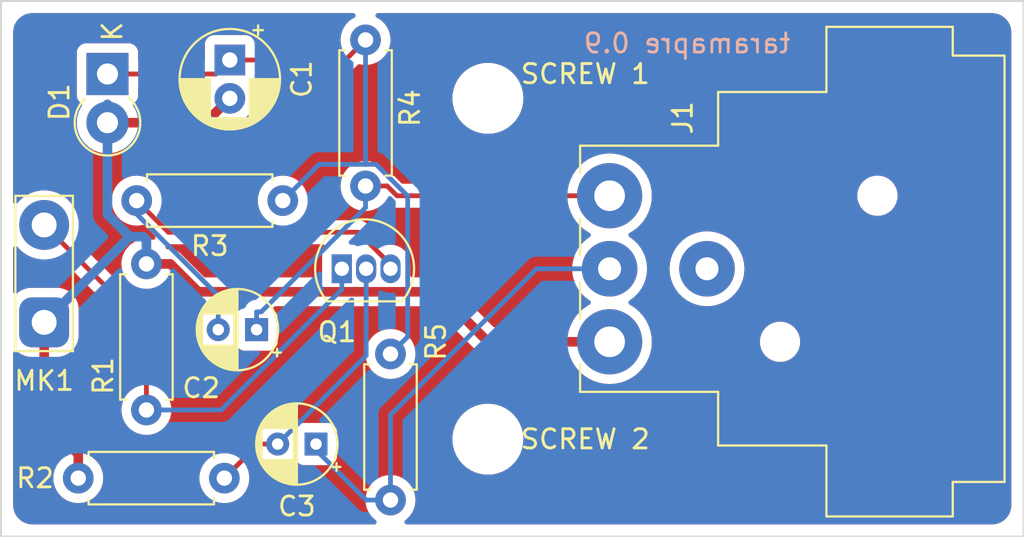
<source format=kicad_pcb>
(kicad_pcb (version 20221018) (generator pcbnew)
  (layers (0 "F.Cu" signal) (31 "B.Cu" signal) (34 "B.Paste" user) (35 "F.Paste" user) (36 "B.SilkS" user "B.Silkscreen") (37 "F.SilkS" user "F.Silkscreen") (38 "B.Mask" user) (39 "F.Mask" user) (44 "Edge.Cuts" user))
  (net 0 "")
  (net 1 "Net-(D1-K)")
  (net 2 "GND")
  (net 3 "Net-(C2-Pad1)")
  (net 4 "Net-(Q1-D)")
  (net 5 "Net-(C3-Pad1)")
  (net 6 "Net-(Q1-S)")
  (net 7 "Net-(MK1-+)")
  (footprint "TestPoint:TestPoint_2Pads_Pitch5.08mm_Drill1.3mm" (layer "F.Cu") (at 105.124 87.884 90)
    (fp_text reference "MK1" (at -3.048 0) (layer "F.SilkS"))
    (fp_text value "Microphone")
    (fp_line (start -1.5 -1.5) (end -1.5 1.5) (stroke (width 0.12)) (layer "F.SilkS"))
    (fp_line (start -1.5 -1.5) (end 6.6 -1.5) (stroke (width 0.12)) (layer "F.SilkS"))
    (fp_line (start 6.6 1.5) (end -1.5 1.5) (stroke (width 0.12)) (layer "F.SilkS"))
    (fp_line (start 6.6 1.5) (end 6.6 -1.5) (stroke (width 0.12)) (layer "F.SilkS"))
    (pad "1" thru_hole roundrect (at 0 0 90) (size 2.6 2.6) (drill 1.3) (layers "*.Cu" "*.Mask") (net 2 "GND"))
    (pad "2" thru_hole circle (at 5.08 0 90) (size 2.6 2.6) (drill 1.3) (layers "*.Cu" "*.Mask") (net 7 "Net-(MK1-+)"))
  )
  (footprint "Resistor_THT:R_Axial_DIN0207_L6.3mm_D2.5mm_P7.62mm_Horizontal" (layer "F.Cu") (at 123.19 89.535 -90)
    (fp_text reference "R5" (at -0.635 -2.37 -90) (layer "F.SilkS"))
    (fp_text value "18K")
    (fp_line (start 0.54 -1.37) (end 7.08 -1.37) (stroke (width 0.12)) (layer "F.SilkS"))
    (fp_line (start 0.54 -1.04) (end 0.54 -1.37) (stroke (width 0.12)) (layer "F.SilkS"))
    (fp_line (start 0.54 1.04) (end 0.54 1.37) (stroke (width 0.12)) (layer "F.SilkS"))
    (fp_line (start 0.54 1.37) (end 7.08 1.37) (stroke (width 0.12)) (layer "F.SilkS"))
    (fp_line (start 7.08 -1.37) (end 7.08 -1.04) (stroke (width 0.12)) (layer "F.SilkS"))
    (fp_line (start 7.08 1.37) (end 7.08 1.04) (stroke (width 0.12)) (layer "F.SilkS"))
    (pad "1" thru_hole circle (at 0 0 270) (size 1.6 1.6) (drill 0.8) (layers "*.Cu" "*.Mask") (net 1 "Net-(D1-K)"))
    (pad "2" thru_hole oval (at 7.62 0 270) (size 1.6 1.6) (drill 0.8) (layers "*.Cu" "*.Mask") (net 5 "Net-(C3-Pad1)"))
  )
  (footprint "Connector_Audio:Jack_XLR_Neutrik_NC3MAAH_Horizontal" (layer "F.Cu") (at 134.62 88.9 90)
    (fp_text reference "J1" (at 11.684 3.81 90) (layer "F.SilkS"))
    (fp_text value "XLR3")
    (fp_line (start -9.11 11.31) (end -5.41 11.31) (stroke (width 0.12)) (layer "F.SilkS"))
    (fp_line (start -9.11 17.9) (end -9.11 11.31) (stroke (width 0.12)) (layer "F.SilkS"))
    (fp_line (start -7.31 17.9) (end -9.11 17.9) (stroke (width 0.12)) (layer "F.SilkS"))
    (fp_line (start -7.31 17.9) (end -7.31 20.6) (stroke (width 0.12)) (layer "F.SilkS"))
    (fp_line (start -5.41 11.31) (end -5.41 5.66) (stroke (width 0.12)) (layer "F.SilkS"))
    (fp_line (start -2.61 5.66) (end -5.41 5.66) (stroke (width 0.12)) (layer "F.SilkS"))
    (fp_line (start -2.61 5.66) (end -2.61 -1.54) (stroke (width 0.12)) (layer "F.SilkS"))
    (fp_line (start -1.19 -1.54) (end -2.61 -1.54) (stroke (width 0.12)) (layer "F.SilkS"))
    (fp_line (start 3.11 -1.54) (end 1.21 -1.54) (stroke (width 0.12)) (layer "F.SilkS"))
    (fp_line (start 4.51 -1.54) (end 6.41 -1.54) (stroke (width 0.12)) (layer "F.SilkS"))
    (fp_line (start 10.23 -1.54) (end 8.81 -1.54) (stroke (width 0.12)) (layer "F.SilkS"))
    (fp_line (start 10.23 5.66) (end 10.23 -1.54) (stroke (width 0.12)) (layer "F.SilkS"))
    (fp_line (start 10.23 5.66) (end 13.03 5.66) (stroke (width 0.12)) (layer "F.SilkS"))
    (fp_line (start 13.03 11.31) (end 13.03 5.66) (stroke (width 0.12)) (layer "F.SilkS"))
    (fp_line (start 13.03 11.31) (end 16.43 11.31) (stroke (width 0.12)) (layer "F.SilkS"))
    (fp_line (start 14.93 17.9) (end 14.93 20.6) (stroke (width 0.12)) (layer "F.SilkS"))
    (fp_line (start 14.93 20.6) (end -7.31 20.6) (stroke (width 0.12)) (layer "F.SilkS"))
    (fp_line (start 16.43 17.9) (end 14.93 17.9) (stroke (width 0.12)) (layer "F.SilkS"))
    (fp_line (start 16.43 17.9) (end 16.43 11.31) (stroke (width 0.12)) (layer "F.SilkS"))
    (pad "" np_thru_hole circle (at 0 8.89 90) (size 1.6 1.6) (drill 1.6) (layers "*.Cu" "*.Mask"))
    (pad "" np_thru_hole circle (at 7.62 13.97 90) (size 1.6 1.6) (drill 1.6) (layers "*.Cu" "*.Mask"))
    (pad "1" thru_hole circle (at 0 0 90) (size 3.4 3.4) (drill 1.6) (layers "*.Cu" "*.Mask") (net 2 "GND"))
    (pad "2" thru_hole circle (at 7.62 0 90) (size 3.4 3.4) (drill 1.6) (layers "*.Cu" "*.Mask") (net 3 "Net-(C2-Pad1)"))
    (pad "3" thru_hole circle (at 3.81 0 90) (size 2.9 2.9) (drill 1.2) (layers "*.Cu" "*.Mask") (net 5 "Net-(C3-Pad1)"))
    (pad "G" thru_hole circle (at 3.81 5.08 90) (size 2.9 2.9) (drill 1.2) (layers "*.Cu" "*.Mask"))
  )
  (footprint "Resistor_THT:R_Axial_DIN0207_L6.3mm_D2.5mm_P7.62mm_Horizontal" (layer "F.Cu") (at 117.57 81.534 180)
    (fp_text reference "R3" (at 3.81 -2.37 180) (layer "F.SilkS"))
    (fp_text value "2.2K")
    (fp_line (start 0.54 -1.37) (end 7.08 -1.37) (stroke (width 0.12)) (layer "F.SilkS"))
    (fp_line (start 0.54 -1.04) (end 0.54 -1.37) (stroke (width 0.12)) (layer "F.SilkS"))
    (fp_line (start 0.54 1.04) (end 0.54 1.37) (stroke (width 0.12)) (layer "F.SilkS"))
    (fp_line (start 0.54 1.37) (end 7.08 1.37) (stroke (width 0.12)) (layer "F.SilkS"))
    (fp_line (start 7.08 -1.37) (end 7.08 -1.04) (stroke (width 0.12)) (layer "F.SilkS"))
    (fp_line (start 7.08 1.37) (end 7.08 1.04) (stroke (width 0.12)) (layer "F.SilkS"))
    (pad "1" thru_hole circle (at 0 0 180) (size 1.6 1.6) (drill 0.8) (layers "*.Cu" "*.Mask") (net 1 "Net-(D1-K)"))
    (pad "2" thru_hole oval (at 7.62 0 180) (size 1.6 1.6) (drill 0.8) (layers "*.Cu" "*.Mask") (net 4 "Net-(Q1-D)"))
  )
  (footprint "MountingHole:MountingHole_3.2mm_M3" (layer "F.Cu") (at 128.27 93.98)
    (fp_text reference "SCREW 2" (at 5.08 0) (layer "F.SilkS"))
    (fp_text value "MountingHole_3.2mm_M3")
    (pad "" np_thru_hole circle (at 0 0) (size 3.2 3.2) (drill 3.2) (layers "*.Cu" "*.Mask"))
  )
  (footprint "Capacitor_THT:CP_Radial_D4.0mm_P2.00mm" (layer "F.Cu") (at 116.205 88.265 180)
    (fp_text reference "C2" (at 2.889 -3.048) (layer "F.SilkS"))
    (fp_text value "4.7uF/50V")
    (fp_line (start -1.269801 -1.195) (end -0.869801 -1.195) (stroke (width 0.12)) (layer "F.SilkS"))
    (fp_line (start -1.069801 -1.395) (end -1.069801 -0.995) (stroke (width 0.12)) (layer "F.SilkS"))
    (fp_line (start 1 -2.08) (end 1 2.08) (stroke (width 0.12)) (layer "F.SilkS"))
    (fp_line (start 1.04 -2.08) (end 1.04 2.08) (stroke (width 0.12)) (layer "F.SilkS"))
    (fp_line (start 1.08 -2.079) (end 1.08 2.079) (stroke (width 0.12)) (layer "F.SilkS"))
    (fp_line (start 1.12 -2.077) (end 1.12 2.077) (stroke (width 0.12)) (layer "F.SilkS"))
    (fp_line (start 1.16 -2.074) (end 1.16 2.074) (stroke (width 0.12)) (layer "F.SilkS"))
    (fp_line (start 1.2 -2.071) (end 1.2 -0.84) (stroke (width 0.12)) (layer "F.SilkS"))
    (fp_line (start 1.2 0.84) (end 1.2 2.071) (stroke (width 0.12)) (layer "F.SilkS"))
    (fp_line (start 1.24 -2.067) (end 1.24 -0.84) (stroke (width 0.12)) (layer "F.SilkS"))
    (fp_line (start 1.24 0.84) (end 1.24 2.067) (stroke (width 0.12)) (layer "F.SilkS"))
    (fp_line (start 1.28 -2.062) (end 1.28 -0.84) (stroke (width 0.12)) (layer "F.SilkS"))
    (fp_line (start 1.28 0.84) (end 1.28 2.062) (stroke (width 0.12)) (layer "F.SilkS"))
    (fp_line (start 1.32 -2.056) (end 1.32 -0.84) (stroke (width 0.12)) (layer "F.SilkS"))
    (fp_line (start 1.32 0.84) (end 1.32 2.056) (stroke (width 0.12)) (layer "F.SilkS"))
    (fp_line (start 1.36 -2.05) (end 1.36 -0.84) (stroke (width 0.12)) (layer "F.SilkS"))
    (fp_line (start 1.36 0.84) (end 1.36 2.05) (stroke (width 0.12)) (layer "F.SilkS"))
    (fp_line (start 1.4 -2.042) (end 1.4 -0.84) (stroke (width 0.12)) (layer "F.SilkS"))
    (fp_line (start 1.4 0.84) (end 1.4 2.042) (stroke (width 0.12)) (layer "F.SilkS"))
    (fp_line (start 1.44 -2.034) (end 1.44 -0.84) (stroke (width 0.12)) (layer "F.SilkS"))
    (fp_line (start 1.44 0.84) (end 1.44 2.034) (stroke (width 0.12)) (layer "F.SilkS"))
    (fp_line (start 1.48 -2.025) (end 1.48 -0.84) (stroke (width 0.12)) (layer "F.SilkS"))
    (fp_line (start 1.48 0.84) (end 1.48 2.025) (stroke (width 0.12)) (layer "F.SilkS"))
    (fp_line (start 1.52 -2.016) (end 1.52 -0.84) (stroke (width 0.12)) (layer "F.SilkS"))
    (fp_line (start 1.52 0.84) (end 1.52 2.016) (stroke (width 0.12)) (layer "F.SilkS"))
    (fp_line (start 1.56 -2.005) (end 1.56 -0.84) (stroke (width 0.12)) (layer "F.SilkS"))
    (fp_line (start 1.56 0.84) (end 1.56 2.005) (stroke (width 0.12)) (layer "F.SilkS"))
    (fp_line (start 1.6 -1.994) (end 1.6 -0.84) (stroke (width 0.12)) (layer "F.SilkS"))
    (fp_line (start 1.6 0.84) (end 1.6 1.994) (stroke (width 0.12)) (layer "F.SilkS"))
    (fp_line (start 1.64 -1.982) (end 1.64 -0.84) (stroke (width 0.12)) (layer "F.SilkS"))
    (fp_line (start 1.64 0.84) (end 1.64 1.982) (stroke (width 0.12)) (layer "F.SilkS"))
    (fp_line (start 1.68 -1.968) (end 1.68 -0.84) (stroke (width 0.12)) (layer "F.SilkS"))
    (fp_line (start 1.68 0.84) (end 1.68 1.968) (stroke (width 0.12)) (layer "F.SilkS"))
    (fp_line (start 1.721 -1.954) (end 1.721 -0.84) (stroke (width 0.12)) (layer "F.SilkS"))
    (fp_line (start 1.721 0.84) (end 1.721 1.954) (stroke (width 0.12)) (layer "F.SilkS"))
    (fp_line (start 1.761 -1.94) (end 1.761 -0.84) (stroke (width 0.12)) (layer "F.SilkS"))
    (fp_line (start 1.761 0.84) (end 1.761 1.94) (stroke (width 0.12)) (layer "F.SilkS"))
    (fp_line (start 1.801 -1.924) (end 1.801 -0.84) (stroke (width 0.12)) (layer "F.SilkS"))
    (fp_line (start 1.801 0.84) (end 1.801 1.924) (stroke (width 0.12)) (layer "F.SilkS"))
    (fp_line (start 1.841 -1.907) (end 1.841 -0.84) (stroke (width 0.12)) (layer "F.SilkS"))
    (fp_line (start 1.841 0.84) (end 1.841 1.907) (stroke (width 0.12)) (layer "F.SilkS"))
    (fp_line (start 1.881 -1.889) (end 1.881 -0.84) (stroke (width 0.12)) (layer "F.SilkS"))
    (fp_line (start 1.881 0.84) (end 1.881 1.889) (stroke (width 0.12)) (layer "F.SilkS"))
    (fp_line (start 1.921 -1.87) (end 1.921 -0.84) (stroke (width 0.12)) (layer "F.SilkS"))
    (fp_line (start 1.921 0.84) (end 1.921 1.87) (stroke (width 0.12)) (layer "F.SilkS"))
    (fp_line (start 1.961 -1.851) (end 1.961 -0.84) (stroke (width 0.12)) (layer "F.SilkS"))
    (fp_line (start 1.961 0.84) (end 1.961 1.851) (stroke (width 0.12)) (layer "F.SilkS"))
    (fp_line (start 2.001 -1.83) (end 2.001 -0.84) (stroke (width 0.12)) (layer "F.SilkS"))
    (fp_line (start 2.001 0.84) (end 2.001 1.83) (stroke (width 0.12)) (layer "F.SilkS"))
    (fp_line (start 2.041 -1.808) (end 2.041 -0.84) (stroke (width 0.12)) (layer "F.SilkS"))
    (fp_line (start 2.041 0.84) (end 2.041 1.808) (stroke (width 0.12)) (layer "F.SilkS"))
    (fp_line (start 2.081 -1.785) (end 2.081 -0.84) (stroke (width 0.12)) (layer "F.SilkS"))
    (fp_line (start 2.081 0.84) (end 2.081 1.785) (stroke (width 0.12)) (layer "F.SilkS"))
    (fp_line (start 2.121 -1.76) (end 2.121 -0.84) (stroke (width 0.12)) (layer "F.SilkS"))
    (fp_line (start 2.121 0.84) (end 2.121 1.76) (stroke (width 0.12)) (layer "F.SilkS"))
    (fp_line (start 2.161 -1.735) (end 2.161 -0.84) (stroke (width 0.12)) (layer "F.SilkS"))
    (fp_line (start 2.161 0.84) (end 2.161 1.735) (stroke (width 0.12)) (layer "F.SilkS"))
    (fp_line (start 2.201 -1.708) (end 2.201 -0.84) (stroke (width 0.12)) (layer "F.SilkS"))
    (fp_line (start 2.201 0.84) (end 2.201 1.708) (stroke (width 0.12)) (layer "F.SilkS"))
    (fp_line (start 2.241 -1.68) (end 2.241 -0.84) (stroke (width 0.12)) (layer "F.SilkS"))
    (fp_line (start 2.241 0.84) (end 2.241 1.68) (stroke (width 0.12)) (layer "F.SilkS"))
    (fp_line (start 2.281 -1.65) (end 2.281 -0.84) (stroke (width 0.12)) (layer "F.SilkS"))
    (fp_line (start 2.281 0.84) (end 2.281 1.65) (stroke (width 0.12)) (layer "F.SilkS"))
    (fp_line (start 2.321 -1.619) (end 2.321 -0.84) (stroke (width 0.12)) (layer "F.SilkS"))
    (fp_line (start 2.321 0.84) (end 2.321 1.619) (stroke (width 0.12)) (layer "F.SilkS"))
    (fp_line (start 2.361 -1.587) (end 2.361 -0.84) (stroke (width 0.12)) (layer "F.SilkS"))
    (fp_line (start 2.361 0.84) (end 2.361 1.587) (stroke (width 0.12)) (layer "F.SilkS"))
    (fp_line (start 2.401 -1.552) (end 2.401 -0.84) (stroke (width 0.12)) (layer "F.SilkS"))
    (fp_line (start 2.401 0.84) (end 2.401 1.552) (stroke (width 0.12)) (layer "F.SilkS"))
    (fp_line (start 2.441 -1.516) (end 2.441 -0.84) (stroke (width 0.12)) (layer "F.SilkS"))
    (fp_line (start 2.441 0.84) (end 2.441 1.516) (stroke (width 0.12)) (layer "F.SilkS"))
    (fp_line (start 2.481 -1.478) (end 2.481 -0.84) (stroke (width 0.12)) (layer "F.SilkS"))
    (fp_line (start 2.481 0.84) (end 2.481 1.478) (stroke (width 0.12)) (layer "F.SilkS"))
    (fp_line (start 2.521 -1.438) (end 2.521 -0.84) (stroke (width 0.12)) (layer "F.SilkS"))
    (fp_line (start 2.521 0.84) (end 2.521 1.438) (stroke (width 0.12)) (layer "F.SilkS"))
    (fp_line (start 2.561 -1.396) (end 2.561 -0.84) (stroke (width 0.12)) (layer "F.SilkS"))
    (fp_line (start 2.561 0.84) (end 2.561 1.396) (stroke (width 0.12)) (layer "F.SilkS"))
    (fp_line (start 2.601 -1.351) (end 2.601 -0.84) (stroke (width 0.12)) (layer "F.SilkS"))
    (fp_line (start 2.601 0.84) (end 2.601 1.351) (stroke (width 0.12)) (layer "F.SilkS"))
    (fp_line (start 2.641 -1.304) (end 2.641 -0.84) (stroke (width 0.12)) (layer "F.SilkS"))
    (fp_line (start 2.641 0.84) (end 2.641 1.304) (stroke (width 0.12)) (layer "F.SilkS"))
    (fp_line (start 2.681 -1.254) (end 2.681 -0.84) (stroke (width 0.12)) (layer "F.SilkS"))
    (fp_line (start 2.681 0.84) (end 2.681 1.254) (stroke (width 0.12)) (layer "F.SilkS"))
    (fp_line (start 2.721 -1.2) (end 2.721 -0.84) (stroke (width 0.12)) (layer "F.SilkS"))
    (fp_line (start 2.721 0.84) (end 2.721 1.2) (stroke (width 0.12)) (layer "F.SilkS"))
    (fp_line (start 2.761 -1.142) (end 2.761 -0.84) (stroke (width 0.12)) (layer "F.SilkS"))
    (fp_line (start 2.761 0.84) (end 2.761 1.142) (stroke (width 0.12)) (layer "F.SilkS"))
    (fp_line (start 2.801 -1.08) (end 2.801 -0.84) (stroke (width 0.12)) (layer "F.SilkS"))
    (fp_line (start 2.801 0.84) (end 2.801 1.08) (stroke (width 0.12)) (layer "F.SilkS"))
    (fp_line (start 2.841 -1.013) (end 2.841 1.013) (stroke (width 0.12)) (layer "F.SilkS"))
    (fp_line (start 2.881 -0.94) (end 2.881 0.94) (stroke (width 0.12)) (layer "F.SilkS"))
    (fp_line (start 2.921 -0.859) (end 2.921 0.859) (stroke (width 0.12)) (layer "F.SilkS"))
    (fp_line (start 2.961 -0.768) (end 2.961 0.768) (stroke (width 0.12)) (layer "F.SilkS"))
    (fp_line (start 3.001 -0.664) (end 3.001 0.664) (stroke (width 0.12)) (layer "F.SilkS"))
    (fp_line (start 3.041 -0.537) (end 3.041 0.537) (stroke (width 0.12)) (layer "F.SilkS"))
    (fp_line (start 3.081 -0.37) (end 3.081 0.37) (stroke (width 0.12)) (layer "F.SilkS"))
    (fp_circle (center 1 0) (end 3.12 0) (stroke (width 0.12)) (fill none) (layer "F.SilkS"))
    (pad "1" thru_hole rect (at 0 0 180) (size 1.2 1.2) (drill 0.6) (layers "*.Cu" "*.Mask") (net 3 "Net-(C2-Pad1)"))
    (pad "2" thru_hole circle (at 2 0 180) (size 1.2 1.2) (drill 0.6) (layers "*.Cu" "*.Mask") (net 4 "Net-(Q1-D)"))
  )
  (footprint "MountingHole:MountingHole_3.2mm_M3" (layer "F.Cu") (at 128.27 76.2)
    (fp_text reference "SCREW 1" (at 5.08 -1.27) (layer "F.SilkS"))
    (fp_text value "MountingHole_3.2mm_M3")
    (pad "" np_thru_hole circle (at 0 0) (size 3.2 3.2) (drill 3.2) (layers "*.Cu" "*.Mask"))
  )
  (footprint "Capacitor_THT:CP_Radial_D5.0mm_P2.00mm" (layer "F.Cu") (at 114.808 74.2 -90)
    (fp_text reference "C1" (at 1 -3.75 90) (layer "F.SilkS"))
    (fp_text value "47uF/25V")
    (fp_line (start -1.804775 -1.475) (end -1.304775 -1.475) (stroke (width 0.12)) (layer "F.SilkS"))
    (fp_line (start -1.554775 -1.725) (end -1.554775 -1.225) (stroke (width 0.12)) (layer "F.SilkS"))
    (fp_line (start 1 -2.58) (end 1 -1.04) (stroke (width 0.12)) (layer "F.SilkS"))
    (fp_line (start 1 1.04) (end 1 2.58) (stroke (width 0.12)) (layer "F.SilkS"))
    (fp_line (start 1.04 -2.58) (end 1.04 -1.04) (stroke (width 0.12)) (layer "F.SilkS"))
    (fp_line (start 1.04 1.04) (end 1.04 2.58) (stroke (width 0.12)) (layer "F.SilkS"))
    (fp_line (start 1.08 -2.579) (end 1.08 -1.04) (stroke (width 0.12)) (layer "F.SilkS"))
    (fp_line (start 1.08 1.04) (end 1.08 2.579) (stroke (width 0.12)) (layer "F.SilkS"))
    (fp_line (start 1.12 -2.578) (end 1.12 -1.04) (stroke (width 0.12)) (layer "F.SilkS"))
    (fp_line (start 1.12 1.04) (end 1.12 2.578) (stroke (width 0.12)) (layer "F.SilkS"))
    (fp_line (start 1.16 -2.576) (end 1.16 -1.04) (stroke (width 0.12)) (layer "F.SilkS"))
    (fp_line (start 1.16 1.04) (end 1.16 2.576) (stroke (width 0.12)) (layer "F.SilkS"))
    (fp_line (start 1.2 -2.573) (end 1.2 -1.04) (stroke (width 0.12)) (layer "F.SilkS"))
    (fp_line (start 1.2 1.04) (end 1.2 2.573) (stroke (width 0.12)) (layer "F.SilkS"))
    (fp_line (start 1.24 -2.569) (end 1.24 -1.04) (stroke (width 0.12)) (layer "F.SilkS"))
    (fp_line (start 1.24 1.04) (end 1.24 2.569) (stroke (width 0.12)) (layer "F.SilkS"))
    (fp_line (start 1.28 -2.565) (end 1.28 -1.04) (stroke (width 0.12)) (layer "F.SilkS"))
    (fp_line (start 1.28 1.04) (end 1.28 2.565) (stroke (width 0.12)) (layer "F.SilkS"))
    (fp_line (start 1.32 -2.561) (end 1.32 -1.04) (stroke (width 0.12)) (layer "F.SilkS"))
    (fp_line (start 1.32 1.04) (end 1.32 2.561) (stroke (width 0.12)) (layer "F.SilkS"))
    (fp_line (start 1.36 -2.556) (end 1.36 -1.04) (stroke (width 0.12)) (layer "F.SilkS"))
    (fp_line (start 1.36 1.04) (end 1.36 2.556) (stroke (width 0.12)) (layer "F.SilkS"))
    (fp_line (start 1.4 -2.55) (end 1.4 -1.04) (stroke (width 0.12)) (layer "F.SilkS"))
    (fp_line (start 1.4 1.04) (end 1.4 2.55) (stroke (width 0.12)) (layer "F.SilkS"))
    (fp_line (start 1.44 -2.543) (end 1.44 -1.04) (stroke (width 0.12)) (layer "F.SilkS"))
    (fp_line (start 1.44 1.04) (end 1.44 2.543) (stroke (width 0.12)) (layer "F.SilkS"))
    (fp_line (start 1.48 -2.536) (end 1.48 -1.04) (stroke (width 0.12)) (layer "F.SilkS"))
    (fp_line (start 1.48 1.04) (end 1.48 2.536) (stroke (width 0.12)) (layer "F.SilkS"))
    (fp_line (start 1.52 -2.528) (end 1.52 -1.04) (stroke (width 0.12)) (layer "F.SilkS"))
    (fp_line (start 1.52 1.04) (end 1.52 2.528) (stroke (width 0.12)) (layer "F.SilkS"))
    (fp_line (start 1.56 -2.52) (end 1.56 -1.04) (stroke (width 0.12)) (layer "F.SilkS"))
    (fp_line (start 1.56 1.04) (end 1.56 2.52) (stroke (width 0.12)) (layer "F.SilkS"))
    (fp_line (start 1.6 -2.511) (end 1.6 -1.04) (stroke (width 0.12)) (layer "F.SilkS"))
    (fp_line (start 1.6 1.04) (end 1.6 2.511) (stroke (width 0.12)) (layer "F.SilkS"))
    (fp_line (start 1.64 -2.501) (end 1.64 -1.04) (stroke (width 0.12)) (layer "F.SilkS"))
    (fp_line (start 1.64 1.04) (end 1.64 2.501) (stroke (width 0.12)) (layer "F.SilkS"))
    (fp_line (start 1.68 -2.491) (end 1.68 -1.04) (stroke (width 0.12)) (layer "F.SilkS"))
    (fp_line (start 1.68 1.04) (end 1.68 2.491) (stroke (width 0.12)) (layer "F.SilkS"))
    (fp_line (start 1.721 -2.48) (end 1.721 -1.04) (stroke (width 0.12)) (layer "F.SilkS"))
    (fp_line (start 1.721 1.04) (end 1.721 2.48) (stroke (width 0.12)) (layer "F.SilkS"))
    (fp_line (start 1.761 -2.468) (end 1.761 -1.04) (stroke (width 0.12)) (layer "F.SilkS"))
    (fp_line (start 1.761 1.04) (end 1.761 2.468) (stroke (width 0.12)) (layer "F.SilkS"))
    (fp_line (start 1.801 -2.455) (end 1.801 -1.04) (stroke (width 0.12)) (layer "F.SilkS"))
    (fp_line (start 1.801 1.04) (end 1.801 2.455) (stroke (width 0.12)) (layer "F.SilkS"))
    (fp_line (start 1.841 -2.442) (end 1.841 -1.04) (stroke (width 0.12)) (layer "F.SilkS"))
    (fp_line (start 1.841 1.04) (end 1.841 2.442) (stroke (width 0.12)) (layer "F.SilkS"))
    (fp_line (start 1.881 -2.428) (end 1.881 -1.04) (stroke (width 0.12)) (layer "F.SilkS"))
    (fp_line (start 1.881 1.04) (end 1.881 2.428) (stroke (width 0.12)) (layer "F.SilkS"))
    (fp_line (start 1.921 -2.414) (end 1.921 -1.04) (stroke (width 0.12)) (layer "F.SilkS"))
    (fp_line (start 1.921 1.04) (end 1.921 2.414) (stroke (width 0.12)) (layer "F.SilkS"))
    (fp_line (start 1.961 -2.398) (end 1.961 -1.04) (stroke (width 0.12)) (layer "F.SilkS"))
    (fp_line (start 1.961 1.04) (end 1.961 2.398) (stroke (width 0.12)) (layer "F.SilkS"))
    (fp_line (start 2.001 -2.382) (end 2.001 -1.04) (stroke (width 0.12)) (layer "F.SilkS"))
    (fp_line (start 2.001 1.04) (end 2.001 2.382) (stroke (width 0.12)) (layer "F.SilkS"))
    (fp_line (start 2.041 -2.365) (end 2.041 -1.04) (stroke (width 0.12)) (layer "F.SilkS"))
    (fp_line (start 2.041 1.04) (end 2.041 2.365) (stroke (width 0.12)) (layer "F.SilkS"))
    (fp_line (start 2.081 -2.348) (end 2.081 -1.04) (stroke (width 0.12)) (layer "F.SilkS"))
    (fp_line (start 2.081 1.04) (end 2.081 2.348) (stroke (width 0.12)) (layer "F.SilkS"))
    (fp_line (start 2.121 -2.329) (end 2.121 -1.04) (stroke (width 0.12)) (layer "F.SilkS"))
    (fp_line (start 2.121 1.04) (end 2.121 2.329) (stroke (width 0.12)) (layer "F.SilkS"))
    (fp_line (start 2.161 -2.31) (end 2.161 -1.04) (stroke (width 0.12)) (layer "F.SilkS"))
    (fp_line (start 2.161 1.04) (end 2.161 2.31) (stroke (width 0.12)) (layer "F.SilkS"))
    (fp_line (start 2.201 -2.29) (end 2.201 -1.04) (stroke (width 0.12)) (layer "F.SilkS"))
    (fp_line (start 2.201 1.04) (end 2.201 2.29) (stroke (width 0.12)) (layer "F.SilkS"))
    (fp_line (start 2.241 -2.268) (end 2.241 -1.04) (stroke (width 0.12)) (layer "F.SilkS"))
    (fp_line (start 2.241 1.04) (end 2.241 2.268) (stroke (width 0.12)) (layer "F.SilkS"))
    (fp_line (start 2.281 -2.247) (end 2.281 -1.04) (stroke (width 0.12)) (layer "F.SilkS"))
    (fp_line (start 2.281 1.04) (end 2.281 2.247) (stroke (width 0.12)) (layer "F.SilkS"))
    (fp_line (start 2.321 -2.224) (end 2.321 -1.04) (stroke (width 0.12)) (layer "F.SilkS"))
    (fp_line (start 2.321 1.04) (end 2.321 2.224) (stroke (width 0.12)) (layer "F.SilkS"))
    (fp_line (start 2.361 -2.2) (end 2.361 -1.04) (stroke (width 0.12)) (layer "F.SilkS"))
    (fp_line (start 2.361 1.04) (end 2.361 2.2) (stroke (width 0.12)) (layer "F.SilkS"))
    (fp_line (start 2.401 -2.175) (end 2.401 -1.04) (stroke (width 0.12)) (layer "F.SilkS"))
    (fp_line (start 2.401 1.04) (end 2.401 2.175) (stroke (width 0.12)) (layer "F.SilkS"))
    (fp_line (start 2.441 -2.149) (end 2.441 -1.04) (stroke (width 0.12)) (layer "F.SilkS"))
    (fp_line (start 2.441 1.04) (end 2.441 2.149) (stroke (width 0.12)) (layer "F.SilkS"))
    (fp_line (start 2.481 -2.122) (end 2.481 -1.04) (stroke (width 0.12)) (layer "F.SilkS"))
    (fp_line (start 2.481 1.04) (end 2.481 2.122) (stroke (width 0.12)) (layer "F.SilkS"))
    (fp_line (start 2.521 -2.095) (end 2.521 -1.04) (stroke (width 0.12)) (layer "F.SilkS"))
    (fp_line (start 2.521 1.04) (end 2.521 2.095) (stroke (width 0.12)) (layer "F.SilkS"))
    (fp_line (start 2.561 -2.065) (end 2.561 -1.04) (stroke (width 0.12)) (layer "F.SilkS"))
    (fp_line (start 2.561 1.04) (end 2.561 2.065) (stroke (width 0.12)) (layer "F.SilkS"))
    (fp_line (start 2.601 -2.035) (end 2.601 -1.04) (stroke (width 0.12)) (layer "F.SilkS"))
    (fp_line (start 2.601 1.04) (end 2.601 2.035) (stroke (width 0.12)) (layer "F.SilkS"))
    (fp_line (start 2.641 -2.004) (end 2.641 -1.04) (stroke (width 0.12)) (layer "F.SilkS"))
    (fp_line (start 2.641 1.04) (end 2.641 2.004) (stroke (width 0.12)) (layer "F.SilkS"))
    (fp_line (start 2.681 -1.971) (end 2.681 -1.04) (stroke (width 0.12)) (layer "F.SilkS"))
    (fp_line (start 2.681 1.04) (end 2.681 1.971) (stroke (width 0.12)) (layer "F.SilkS"))
    (fp_line (start 2.721 -1.937) (end 2.721 -1.04) (stroke (width 0.12)) (layer "F.SilkS"))
    (fp_line (start 2.721 1.04) (end 2.721 1.937) (stroke (width 0.12)) (layer "F.SilkS"))
    (fp_line (start 2.761 -1.901) (end 2.761 -1.04) (stroke (width 0.12)) (layer "F.SilkS"))
    (fp_line (start 2.761 1.04) (end 2.761 1.901) (stroke (width 0.12)) (layer "F.SilkS"))
    (fp_line (start 2.801 -1.864) (end 2.801 -1.04) (stroke (width 0.12)) (layer "F.SilkS"))
    (fp_line (start 2.801 1.04) (end 2.801 1.864) (stroke (width 0.12)) (layer "F.SilkS"))
    (fp_line (start 2.841 -1.826) (end 2.841 -1.04) (stroke (width 0.12)) (layer "F.SilkS"))
    (fp_line (start 2.841 1.04) (end 2.841 1.826) (stroke (width 0.12)) (layer "F.SilkS"))
    (fp_line (start 2.881 -1.785) (end 2.881 -1.04) (stroke (width 0.12)) (layer "F.SilkS"))
    (fp_line (start 2.881 1.04) (end 2.881 1.785) (stroke (width 0.12)) (layer "F.SilkS"))
    (fp_line (start 2.921 -1.743) (end 2.921 -1.04) (stroke (width 0.12)) (layer "F.SilkS"))
    (fp_line (start 2.921 1.04) (end 2.921 1.743) (stroke (width 0.12)) (layer "F.SilkS"))
    (fp_line (start 2.961 -1.699) (end 2.961 -1.04) (stroke (width 0.12)) (layer "F.SilkS"))
    (fp_line (start 2.961 1.04) (end 2.961 1.699) (stroke (width 0.12)) (layer "F.SilkS"))
    (fp_line (start 3.001 -1.653) (end 3.001 -1.04) (stroke (width 0.12)) (layer "F.SilkS"))
    (fp_line (start 3.001 1.04) (end 3.001 1.653) (stroke (width 0.12)) (layer "F.SilkS"))
    (fp_line (start 3.041 -1.605) (end 3.041 1.605) (stroke (width 0.12)) (layer "F.SilkS"))
    (fp_line (start 3.081 -1.554) (end 3.081 1.554) (stroke (width 0.12)) (layer "F.SilkS"))
    (fp_line (start 3.121 -1.5) (end 3.121 1.5) (stroke (width 0.12)) (layer "F.SilkS"))
    (fp_line (start 3.161 -1.443) (end 3.161 1.443) (stroke (width 0.12)) (layer "F.SilkS"))
    (fp_line (start 3.201 -1.383) (end 3.201 1.383) (stroke (width 0.12)) (layer "F.SilkS"))
    (fp_line (start 3.241 -1.319) (end 3.241 1.319) (stroke (width 0.12)) (layer "F.SilkS"))
    (fp_line (start 3.281 -1.251) (end 3.281 1.251) (stroke (width 0.12)) (layer "F.SilkS"))
    (fp_line (start 3.321 -1.178) (end 3.321 1.178) (stroke (width 0.12)) (layer "F.SilkS"))
    (fp_line (start 3.361 -1.098) (end 3.361 1.098) (stroke (width 0.12)) (layer "F.SilkS"))
    (fp_line (start 3.401 -1.011) (end 3.401 1.011) (stroke (width 0.12)) (layer "F.SilkS"))
    (fp_line (start 3.441 -0.915) (end 3.441 0.915) (stroke (width 0.12)) (layer "F.SilkS"))
    (fp_line (start 3.481 -0.805) (end 3.481 0.805) (stroke (width 0.12)) (layer "F.SilkS"))
    (fp_line (start 3.521 -0.677) (end 3.521 0.677) (stroke (width 0.12)) (layer "F.SilkS"))
    (fp_line (start 3.561 -0.518) (end 3.561 0.518) (stroke (width 0.12)) (layer "F.SilkS"))
    (fp_line (start 3.601 -0.284) (end 3.601 0.284) (stroke (width 0.12)) (layer "F.SilkS"))
    (fp_circle (center 1 0) (end 3.62 0) (stroke (width 0.12)) (fill none) (layer "F.SilkS"))
    (pad "1" thru_hole rect (at 0 0 270) (size 1.6 1.6) (drill 0.8) (layers "*.Cu" "*.Mask") (net 1 "Net-(D1-K)"))
    (pad "2" thru_hole circle (at 2 0 270) (size 1.6 1.6) (drill 0.8) (layers "*.Cu" "*.Mask") (net 2 "GND"))
  )
  (footprint "Capacitor_THT:CP_Radial_D4.0mm_P2.00mm" (layer "F.Cu") (at 119.3046 94.234 180)
    (fp_text reference "C3" (at 1 -3.25) (layer "F.SilkS"))
    (fp_text value "4.7uF/50V")
    (fp_line (start -1.269801 -1.195) (end -0.869801 -1.195) (stroke (width 0.12)) (layer "F.SilkS"))
    (fp_line (start -1.069801 -1.395) (end -1.069801 -0.995) (stroke (width 0.12)) (layer "F.SilkS"))
    (fp_line (start 1 -2.08) (end 1 2.08) (stroke (width 0.12)) (layer "F.SilkS"))
    (fp_line (start 1.04 -2.08) (end 1.04 2.08) (stroke (width 0.12)) (layer "F.SilkS"))
    (fp_line (start 1.08 -2.079) (end 1.08 2.079) (stroke (width 0.12)) (layer "F.SilkS"))
    (fp_line (start 1.12 -2.077) (end 1.12 2.077) (stroke (width 0.12)) (layer "F.SilkS"))
    (fp_line (start 1.16 -2.074) (end 1.16 2.074) (stroke (width 0.12)) (layer "F.SilkS"))
    (fp_line (start 1.2 -2.071) (end 1.2 -0.84) (stroke (width 0.12)) (layer "F.SilkS"))
    (fp_line (start 1.2 0.84) (end 1.2 2.071) (stroke (width 0.12)) (layer "F.SilkS"))
    (fp_line (start 1.24 -2.067) (end 1.24 -0.84) (stroke (width 0.12)) (layer "F.SilkS"))
    (fp_line (start 1.24 0.84) (end 1.24 2.067) (stroke (width 0.12)) (layer "F.SilkS"))
    (fp_line (start 1.28 -2.062) (end 1.28 -0.84) (stroke (width 0.12)) (layer "F.SilkS"))
    (fp_line (start 1.28 0.84) (end 1.28 2.062) (stroke (width 0.12)) (layer "F.SilkS"))
    (fp_line (start 1.32 -2.056) (end 1.32 -0.84) (stroke (width 0.12)) (layer "F.SilkS"))
    (fp_line (start 1.32 0.84) (end 1.32 2.056) (stroke (width 0.12)) (layer "F.SilkS"))
    (fp_line (start 1.36 -2.05) (end 1.36 -0.84) (stroke (width 0.12)) (layer "F.SilkS"))
    (fp_line (start 1.36 0.84) (end 1.36 2.05) (stroke (width 0.12)) (layer "F.SilkS"))
    (fp_line (start 1.4 -2.042) (end 1.4 -0.84) (stroke (width 0.12)) (layer "F.SilkS"))
    (fp_line (start 1.4 0.84) (end 1.4 2.042) (stroke (width 0.12)) (layer "F.SilkS"))
    (fp_line (start 1.44 -2.034) (end 1.44 -0.84) (stroke (width 0.12)) (layer "F.SilkS"))
    (fp_line (start 1.44 0.84) (end 1.44 2.034) (stroke (width 0.12)) (layer "F.SilkS"))
    (fp_line (start 1.48 -2.025) (end 1.48 -0.84) (stroke (width 0.12)) (layer "F.SilkS"))
    (fp_line (start 1.48 0.84) (end 1.48 2.025) (stroke (width 0.12)) (layer "F.SilkS"))
    (fp_line (start 1.52 -2.016) (end 1.52 -0.84) (stroke (width 0.12)) (layer "F.SilkS"))
    (fp_line (start 1.52 0.84) (end 1.52 2.016) (stroke (width 0.12)) (layer "F.SilkS"))
    (fp_line (start 1.56 -2.005) (end 1.56 -0.84) (stroke (width 0.12)) (layer "F.SilkS"))
    (fp_line (start 1.56 0.84) (end 1.56 2.005) (stroke (width 0.12)) (layer "F.SilkS"))
    (fp_line (start 1.6 -1.994) (end 1.6 -0.84) (stroke (width 0.12)) (layer "F.SilkS"))
    (fp_line (start 1.6 0.84) (end 1.6 1.994) (stroke (width 0.12)) (layer "F.SilkS"))
    (fp_line (start 1.64 -1.982) (end 1.64 -0.84) (stroke (width 0.12)) (layer "F.SilkS"))
    (fp_line (start 1.64 0.84) (end 1.64 1.982) (stroke (width 0.12)) (layer "F.SilkS"))
    (fp_line (start 1.68 -1.968) (end 1.68 -0.84) (stroke (width 0.12)) (layer "F.SilkS"))
    (fp_line (start 1.68 0.84) (end 1.68 1.968) (stroke (width 0.12)) (layer "F.SilkS"))
    (fp_line (start 1.721 -1.954) (end 1.721 -0.84) (stroke (width 0.12)) (layer "F.SilkS"))
    (fp_line (start 1.721 0.84) (end 1.721 1.954) (stroke (width 0.12)) (layer "F.SilkS"))
    (fp_line (start 1.761 -1.94) (end 1.761 -0.84) (stroke (width 0.12)) (layer "F.SilkS"))
    (fp_line (start 1.761 0.84) (end 1.761 1.94) (stroke (width 0.12)) (layer "F.SilkS"))
    (fp_line (start 1.801 -1.924) (end 1.801 -0.84) (stroke (width 0.12)) (layer "F.SilkS"))
    (fp_line (start 1.801 0.84) (end 1.801 1.924) (stroke (width 0.12)) (layer "F.SilkS"))
    (fp_line (start 1.841 -1.907) (end 1.841 -0.84) (stroke (width 0.12)) (layer "F.SilkS"))
    (fp_line (start 1.841 0.84) (end 1.841 1.907) (stroke (width 0.12)) (layer "F.SilkS"))
    (fp_line (start 1.881 -1.889) (end 1.881 -0.84) (stroke (width 0.12)) (layer "F.SilkS"))
    (fp_line (start 1.881 0.84) (end 1.881 1.889) (stroke (width 0.12)) (layer "F.SilkS"))
    (fp_line (start 1.921 -1.87) (end 1.921 -0.84) (stroke (width 0.12)) (layer "F.SilkS"))
    (fp_line (start 1.921 0.84) (end 1.921 1.87) (stroke (width 0.12)) (layer "F.SilkS"))
    (fp_line (start 1.961 -1.851) (end 1.961 -0.84) (stroke (width 0.12)) (layer "F.SilkS"))
    (fp_line (start 1.961 0.84) (end 1.961 1.851) (stroke (width 0.12)) (layer "F.SilkS"))
    (fp_line (start 2.001 -1.83) (end 2.001 -0.84) (stroke (width 0.12)) (layer "F.SilkS"))
    (fp_line (start 2.001 0.84) (end 2.001 1.83) (stroke (width 0.12)) (layer "F.SilkS"))
    (fp_line (start 2.041 -1.808) (end 2.041 -0.84) (stroke (width 0.12)) (layer "F.SilkS"))
    (fp_line (start 2.041 0.84) (end 2.041 1.808) (stroke (width 0.12)) (layer "F.SilkS"))
    (fp_line (start 2.081 -1.785) (end 2.081 -0.84) (stroke (width 0.12)) (layer "F.SilkS"))
    (fp_line (start 2.081 0.84) (end 2.081 1.785) (stroke (width 0.12)) (layer "F.SilkS"))
    (fp_line (start 2.121 -1.76) (end 2.121 -0.84) (stroke (width 0.12)) (layer "F.SilkS"))
    (fp_line (start 2.121 0.84) (end 2.121 1.76) (stroke (width 0.12)) (layer "F.SilkS"))
    (fp_line (start 2.161 -1.735) (end 2.161 -0.84) (stroke (width 0.12)) (layer "F.SilkS"))
    (fp_line (start 2.161 0.84) (end 2.161 1.735) (stroke (width 0.12)) (layer "F.SilkS"))
    (fp_line (start 2.201 -1.708) (end 2.201 -0.84) (stroke (width 0.12)) (layer "F.SilkS"))
    (fp_line (start 2.201 0.84) (end 2.201 1.708) (stroke (width 0.12)) (layer "F.SilkS"))
    (fp_line (start 2.241 -1.68) (end 2.241 -0.84) (stroke (width 0.12)) (layer "F.SilkS"))
    (fp_line (start 2.241 0.84) (end 2.241 1.68) (stroke (width 0.12)) (layer "F.SilkS"))
    (fp_line (start 2.281 -1.65) (end 2.281 -0.84) (stroke (width 0.12)) (layer "F.SilkS"))
    (fp_line (start 2.281 0.84) (end 2.281 1.65) (stroke (width 0.12)) (layer "F.SilkS"))
    (fp_line (start 2.321 -1.619) (end 2.321 -0.84) (stroke (width 0.12)) (layer "F.SilkS"))
    (fp_line (start 2.321 0.84) (end 2.321 1.619) (stroke (width 0.12)) (layer "F.SilkS"))
    (fp_line (start 2.361 -1.587) (end 2.361 -0.84) (stroke (width 0.12)) (layer "F.SilkS"))
    (fp_line (start 2.361 0.84) (end 2.361 1.587) (stroke (width 0.12)) (layer "F.SilkS"))
    (fp_line (start 2.401 -1.552) (end 2.401 -0.84) (stroke (width 0.12)) (layer "F.SilkS"))
    (fp_line (start 2.401 0.84) (end 2.401 1.552) (stroke (width 0.12)) (layer "F.SilkS"))
    (fp_line (start 2.441 -1.516) (end 2.441 -0.84) (stroke (width 0.12)) (layer "F.SilkS"))
    (fp_line (start 2.441 0.84) (end 2.441 1.516) (stroke (width 0.12)) (layer "F.SilkS"))
    (fp_line (start 2.481 -1.478) (end 2.481 -0.84) (stroke (width 0.12)) (layer "F.SilkS"))
    (fp_line (start 2.481 0.84) (end 2.481 1.478) (stroke (width 0.12)) (layer "F.SilkS"))
    (fp_line (start 2.521 -1.438) (end 2.521 -0.84) (stroke (width 0.12)) (layer "F.SilkS"))
    (fp_line (start 2.521 0.84) (end 2.521 1.438) (stroke (width 0.12)) (layer "F.SilkS"))
    (fp_line (start 2.561 -1.396) (end 2.561 -0.84) (stroke (width 0.12)) (layer "F.SilkS"))
    (fp_line (start 2.561 0.84) (end 2.561 1.396) (stroke (width 0.12)) (layer "F.SilkS"))
    (fp_line (start 2.601 -1.351) (end 2.601 -0.84) (stroke (width 0.12)) (layer "F.SilkS"))
    (fp_line (start 2.601 0.84) (end 2.601 1.351) (stroke (width 0.12)) (layer "F.SilkS"))
    (fp_line (start 2.641 -1.304) (end 2.641 -0.84) (stroke (width 0.12)) (layer "F.SilkS"))
    (fp_line (start 2.641 0.84) (end 2.641 1.304) (stroke (width 0.12)) (layer "F.SilkS"))
    (fp_line (start 2.681 -1.254) (end 2.681 -0.84) (stroke (width 0.12)) (layer "F.SilkS"))
    (fp_line (start 2.681 0.84) (end 2.681 1.254) (stroke (width 0.12)) (layer "F.SilkS"))
    (fp_line (start 2.721 -1.2) (end 2.721 -0.84) (stroke (width 0.12)) (layer "F.SilkS"))
    (fp_line (start 2.721 0.84) (end 2.721 1.2) (stroke (width 0.12)) (layer "F.SilkS"))
    (fp_line (start 2.761 -1.142) (end 2.761 -0.84) (stroke (width 0.12)) (layer "F.SilkS"))
    (fp_line (start 2.761 0.84) (end 2.761 1.142) (stroke (width 0.12)) (layer "F.SilkS"))
    (fp_line (start 2.801 -1.08) (end 2.801 -0.84) (stroke (width 0.12)) (layer "F.SilkS"))
    (fp_line (start 2.801 0.84) (end 2.801 1.08) (stroke (width 0.12)) (layer "F.SilkS"))
    (fp_line (start 2.841 -1.013) (end 2.841 1.013) (stroke (width 0.12)) (layer "F.SilkS"))
    (fp_line (start 2.881 -0.94) (end 2.881 0.94) (stroke (width 0.12)) (layer "F.SilkS"))
    (fp_line (start 2.921 -0.859) (end 2.921 0.859) (stroke (width 0.12)) (layer "F.SilkS"))
    (fp_line (start 2.961 -0.768) (end 2.961 0.768) (stroke (width 0.12)) (layer "F.SilkS"))
    (fp_line (start 3.001 -0.664) (end 3.001 0.664) (stroke (width 0.12)) (layer "F.SilkS"))
    (fp_line (start 3.041 -0.537) (end 3.041 0.537) (stroke (width 0.12)) (layer "F.SilkS"))
    (fp_line (start 3.081 -0.37) (end 3.081 0.37) (stroke (width 0.12)) (layer "F.SilkS"))
    (fp_circle (center 1 0) (end 3.12 0) (stroke (width 0.12)) (fill none) (layer "F.SilkS"))
    (pad "1" thru_hole rect (at 0 0 180) (size 1.2 1.2) (drill 0.6) (layers "*.Cu" "*.Mask") (net 5 "Net-(C3-Pad1)"))
    (pad "2" thru_hole circle (at 2 0 180) (size 1.2 1.2) (drill 0.6) (layers "*.Cu" "*.Mask") (net 6 "Net-(Q1-S)"))
  )
  (footprint "Resistor_THT:R_Axial_DIN0207_L6.3mm_D2.5mm_P7.62mm_Horizontal" (layer "F.Cu") (at 114.522 96.012 180)
    (fp_text reference "R2" (at 9.874 0 180) (layer "F.SilkS"))
    (fp_text value "2.2K")
    (fp_line (start 0.54 -1.37) (end 7.08 -1.37) (stroke (width 0.12)) (layer "F.SilkS"))
    (fp_line (start 0.54 -1.04) (end 0.54 -1.37) (stroke (width 0.12)) (layer "F.SilkS"))
    (fp_line (start 0.54 1.04) (end 0.54 1.37) (stroke (width 0.12)) (layer "F.SilkS"))
    (fp_line (start 0.54 1.37) (end 7.08 1.37) (stroke (width 0.12)) (layer "F.SilkS"))
    (fp_line (start 7.08 -1.37) (end 7.08 -1.04) (stroke (width 0.12)) (layer "F.SilkS"))
    (fp_line (start 7.08 1.37) (end 7.08 1.04) (stroke (width 0.12)) (layer "F.SilkS"))
    (pad "1" thru_hole circle (at 0 0 180) (size 1.6 1.6) (drill 0.8) (layers "*.Cu" "*.Mask") (net 6 "Net-(Q1-S)"))
    (pad "2" thru_hole oval (at 7.62 0 180) (size 1.6 1.6) (drill 0.8) (layers "*.Cu" "*.Mask") (net 2 "GND"))
  )
  (footprint "Resistor_THT:R_Axial_DIN0207_L6.3mm_D2.5mm_P7.62mm_Horizontal" (layer "F.Cu") (at 121.888 73.152 -90)
    (fp_text reference "R4" (at 3.556 -2.318 90) (layer "F.SilkS"))
    (fp_text value "18K")
    (fp_line (start 0.54 -1.37) (end 7.08 -1.37) (stroke (width 0.12)) (layer "F.SilkS"))
    (fp_line (start 0.54 -1.04) (end 0.54 -1.37) (stroke (width 0.12)) (layer "F.SilkS"))
    (fp_line (start 0.54 1.04) (end 0.54 1.37) (stroke (width 0.12)) (layer "F.SilkS"))
    (fp_line (start 0.54 1.37) (end 7.08 1.37) (stroke (width 0.12)) (layer "F.SilkS"))
    (fp_line (start 7.08 -1.37) (end 7.08 -1.04) (stroke (width 0.12)) (layer "F.SilkS"))
    (fp_line (start 7.08 1.37) (end 7.08 1.04) (stroke (width 0.12)) (layer "F.SilkS"))
    (pad "1" thru_hole circle (at 0 0 270) (size 1.6 1.6) (drill 0.8) (layers "*.Cu" "*.Mask") (net 1 "Net-(D1-K)"))
    (pad "2" thru_hole oval (at 7.62 0 270) (size 1.6 1.6) (drill 0.8) (layers "*.Cu" "*.Mask") (net 3 "Net-(C2-Pad1)"))
  )
  (footprint "Resistor_THT:R_Axial_DIN0207_L6.3mm_D2.5mm_P7.62mm_Horizontal" (layer "F.Cu") (at 110.458 92.456 90)
    (fp_text reference "R1" (at 1.778 -2.254 90) (layer "F.SilkS"))
    (fp_text value "5.6M")
    (fp_line (start 0.54 -1.37) (end 7.08 -1.37) (stroke (width 0.12)) (layer "F.SilkS"))
    (fp_line (start 0.54 -1.04) (end 0.54 -1.37) (stroke (width 0.12)) (layer "F.SilkS"))
    (fp_line (start 0.54 1.04) (end 0.54 1.37) (stroke (width 0.12)) (layer "F.SilkS"))
    (fp_line (start 0.54 1.37) (end 7.08 1.37) (stroke (width 0.12)) (layer "F.SilkS"))
    (fp_line (start 7.08 -1.37) (end 7.08 -1.04) (stroke (width 0.12)) (layer "F.SilkS"))
    (fp_line (start 7.08 1.37) (end 7.08 1.04) (stroke (width 0.12)) (layer "F.SilkS"))
    (pad "1" thru_hole circle (at 0 0 90) (size 1.6 1.6) (drill 0.8) (layers "*.Cu" "*.Mask") (net 7 "Net-(MK1-+)"))
    (pad "2" thru_hole oval (at 7.62 0 90) (size 1.6 1.6) (drill 0.8) (layers "*.Cu" "*.Mask") (net 2 "GND"))
  )
  (footprint "Package_TO_SOT_THT:TO-92L_Inline" (layer "F.Cu") (at 120.65 85.09)
    (fp_text reference "Q1" (at -0.254 3.302) (layer "F.SilkS"))
    (fp_text value "~" hide)
    (fp_line (start -0.75 1.7) (end 3.1 1.7) (stroke (width 0.12)) (layer "F.SilkS"))
    (fp_arc (start -0.75 1.7) (mid 1.183448 -2.579449) (end 3.138611 1.690122) (stroke (width 0.12)) (layer "F.SilkS"))
    (pad "1" thru_hole rect (at 0 0) (size 1.05 1.5) (drill 0.75) (layers "*.Cu" "*.Mask") (net 7 "Net-(MK1-+)"))
    (pad "2" thru_hole oval (at 1.27 0) (size 1.05 1.5) (drill 0.75) (layers "*.Cu" "*.Mask") (net 6 "Net-(Q1-S)"))
    (pad "3" thru_hole oval (at 2.54 0) (size 1.05 1.5) (drill 0.75) (layers "*.Cu" "*.Mask") (net 4 "Net-(Q1-D)"))
  )
  (footprint "Diode_THT:D_DO-41_SOD81_P2.54mm_Vertical_KathodeUp" (layer "F.Cu") (at 108.426 74.93 -90)
    (fp_text reference "D1" (at 1.468234 2.508 90) (layer "F.SilkS"))
    (fp_text value "18V/400mW")
    (fp_text user "K" (at -2.2148 -0.254 90) (layer "F.SilkS"))
    (fp_arc (start 1.228847 -1.1) (mid 4.250877 -0.044974) (end 1.288449 1.167366) (stroke (width 0.12)) (layer "F.SilkS"))
    (pad "1" thru_hole rect (at 0 0 270) (size 2.2 2.2) (drill 1.1) (layers "*.Cu" "*.Mask") (net 1 "Net-(D1-K)"))
    (pad "2" thru_hole oval (at 2.54 0 270) (size 2.2 2.2) (drill 1.1) (layers "*.Cu" "*.Mask") (net 2 "GND"))
  )
  (gr_rect (start 102.87 71.12) (end 156.21 99.06) (stroke (width 0.1)) (fill none) (layer "Edge.Cuts"))
  (gr_text "taramapre 0.9" (at 144.145 73.914) (layer "B.SilkS") (effects (font (size 1 1)) (justify left bottom mirror)))
  (segment (start 108.426 74.93) (end 114.078 74.93) (width 0.25) (layer "F.Cu") (net 1))
  (segment (start 114.078 74.93) (end 114.808 74.2) (width 0.25) (layer "F.Cu") (net 1))
  (segment (start 114.808 74.2) (end 120.84 74.2) (width 0.25) (layer "F.Cu") (net 1))
  (segment (start 120.84 74.2) (end 121.888 73.152) (width 0.25) (layer "F.Cu") (net 1))
  (segment (start 121.888 79.6418) (end 119.4622 79.6418) (width 0.25) (layer "B.Cu") (net 1))
  (segment (start 123.19 89.535) (end 124.0856 88.6394) (width 0.25) (layer "B.Cu") (net 1))
  (segment (start 121.888 79.6418) (end 121.888 73.152) (width 0.25) (layer "B.Cu") (net 1))
  (segment (start 119.4622 79.6418) (end 117.57 81.534) (width 0.25) (layer "B.Cu") (net 1))
  (segment (start 122.4375 79.6418) (end 121.888 79.6418) (width 0.25) (layer "B.Cu") (net 1))
  (segment (start 124.0856 88.6394) (end 124.0856 81.2899) (width 0.25) (layer "B.Cu") (net 1))
  (segment (start 124.0856 81.2899) (end 122.4375 79.6418) (width 0.25) (layer "B.Cu") (net 1))
  (segment (start 108.426 77.47) (end 113.538 77.47) (width 0.5) (layer "F.Cu") (net 2))
  (segment (start 106.902 96.012) (end 106.902 94.7601) (width 0.5) (layer "F.Cu") (net 2))
  (segment (start 106.902 94.7601) (end 105.124 92.9821) (width 0.5) (layer "F.Cu") (net 2))
  (segment (start 134.62 88.9) (end 128.27 88.9) (width 0.5) (layer "F.Cu") (net 2))
  (segment (start 105.124 92.9821) (end 105.124 87.884) (width 0.5) (layer "F.Cu") (net 2))
  (segment (start 128.27 88.9) (end 125.6619 86.2919) (width 0.5) (layer "F.Cu") (net 2))
  (segment (start 113.538 77.47) (end 114.808 76.2) (width 0.5) (layer "F.Cu") (net 2))
  (segment (start 125.6619 86.2919) (end 113.1658 86.2919) (width 0.5) (layer "F.Cu") (net 2))
  (segment (start 110.458 84.836) (end 111.7099 84.836) (width 0.5) (layer "F.Cu") (net 2))
  (segment (start 113.1658 86.2919) (end 111.7099 84.836) (width 0.5) (layer "F.Cu") (net 2))
  (segment (start 108.426 82.2536) (end 109.5902 83.4178) (width 0.5) (layer "B.Cu") (net 2))
  (segment (start 108.426 76.5098) (end 108.426 82.2536) (width 0.5) (layer "B.Cu") (net 2))
  (segment (start 110.2917 83.4178) (end 110.458 83.5841) (width 0.5) (layer "B.Cu") (net 2))
  (segment (start 109.5902 83.4178) (end 105.124 87.884) (width 0.5) (layer "B.Cu") (net 2))
  (segment (start 110.458 84.836) (end 110.458 83.5841) (width 0.5) (layer "B.Cu") (net 2))
  (segment (start 109.5902 83.4178) (end 110.2917 83.4178) (width 0.5) (layer "B.Cu") (net 2))
  (segment (start 123.0149 80.772) (end 121.888 80.772) (width 0.25) (layer "F.Cu") (net 3))
  (segment (start 123.5229 81.28) (end 123.0149 80.772) (width 0.25) (layer "F.Cu") (net 3))
  (segment (start 134.62 81.28) (end 123.5229 81.28) (width 0.25) (layer "F.Cu") (net 3))
  (segment (start 116.4488 87.3381) (end 121.888 81.8989) (width 0.25) (layer "B.Cu") (net 3))
  (segment (start 116.205 88.265) (end 116.205 87.3381) (width 0.25) (layer "B.Cu") (net 3))
  (segment (start 121.888 80.772) (end 121.888 81.8989) (width 0.25) (layer "B.Cu") (net 3))
  (segment (start 116.205 87.3381) (end 116.4488 87.3381) (width 0.25) (layer "B.Cu") (net 3))
  (segment (start 111.601 83.185) (end 109.95 81.534) (width 0.25) (layer "F.Cu") (net 4))
  (segment (start 123.19 84.865) (end 121.51 83.185) (width 0.25) (layer "F.Cu") (net 4))
  (segment (start 121.51 83.185) (end 111.601 83.185) (width 0.25) (layer "F.Cu") (net 4))
  (segment (start 123.19 85.09) (end 123.19 84.865) (width 0.25) (layer "F.Cu") (net 4))
  (segment (start 109.95 81.534) (end 109.95 82.2383) (width 0.25) (layer "B.Cu") (net 4))
  (segment (start 114.205 86.4933) (end 114.205 88.265) (width 0.25) (layer "B.Cu") (net 4))
  (segment (start 109.95 82.2383) (end 114.205 86.4933) (width 0.25) (layer "B.Cu") (net 4))
  (segment (start 121.92 97.155) (end 119.3046 94.5396) (width 0.25) (layer "B.Cu") (net 5))
  (segment (start 130.81 85.09) (end 134.62 85.09) (width 0.25) (layer "B.Cu") (net 5))
  (segment (start 123.19 97.155) (end 121.92 97.155) (width 0.25) (layer "B.Cu") (net 5))
  (segment (start 123.19 97.155) (end 123.19 92.71) (width 0.25) (layer "B.Cu") (net 5))
  (segment (start 119.3046 94.5396) (end 119.3046 94.234) (width 0.25) (layer "B.Cu") (net 5))
  (segment (start 123.19 92.71) (end 130.81 85.09) (width 0.25) (layer "B.Cu") (net 5))
  (segment (start 117.3046 94.234) (end 116.3 94.234) (width 0.25) (layer "F.Cu") (net 6))
  (segment (start 116.3 94.234) (end 114.522 96.012) (width 0.25) (layer "F.Cu") (net 6))
  (segment (start 121.92 89.6186) (end 117.3046 94.234) (width 0.25) (layer "B.Cu") (net 6))
  (segment (start 121.92 85.09) (end 121.92 89.6186) (width 0.25) (layer "B.Cu") (net 6))
  (segment (start 110.458 92.456) (end 110.458 88.138) (width 0.25) (layer "F.Cu") (net 7))
  (segment (start 110.458 88.138) (end 105.124 82.804) (width 0.25) (layer "F.Cu") (net 7))
  (segment (start 120.65 85.09) (end 120.65 86.1669) (width 0.25) (layer "B.Cu") (net 7))
  (segment (start 114.3609 92.456) (end 110.458 92.456) (width 0.25) (layer "B.Cu") (net 7))
  (segment (start 120.65 86.1669) (end 114.3609 92.456) (width 0.25) (layer "B.Cu") (net 7))
  (zone (net 0) (net_name "") (layers "F&B.Cu") (connect_pads (clearance 0.5)) (min_thickness 0.25) (fill yes (thermal_gap 0.5) (thermal_bridge_width 0.5) (smoothing fillet) (radius 1) (island_removal_mode 1) (island_area_min 10))
    (polygon (pts (xy 103.505 71.755) (xy 155.575 71.755) (xy 155.575 98.425) (xy 103.505 98.425)))
  )
)
</source>
